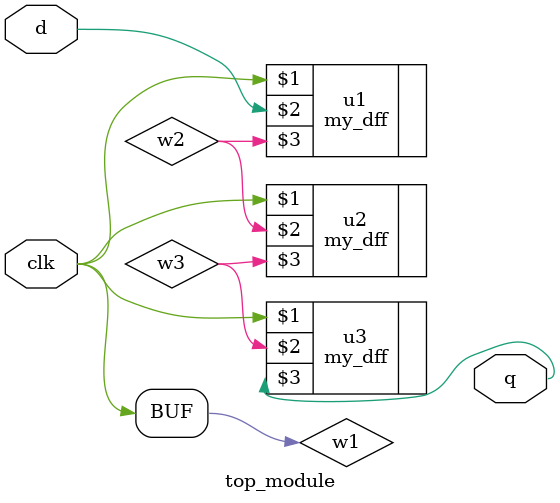
<source format=v>
module top_module ( input clk, input d, output q );
	wire w1, w2, w3; 
    assign w1 = clk;
    my_dff u1(clk,d, w2 );
    my_dff u2(w1, w2, w3);
    my_dff u3(w1, w3, q);
endmodule

</source>
